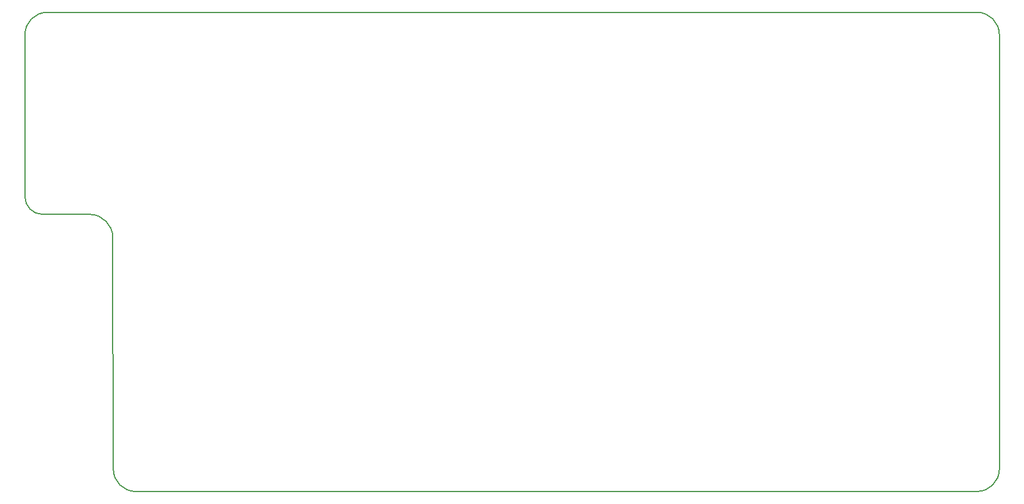
<source format=gm1>
%TF.GenerationSoftware,KiCad,Pcbnew,5.99.0-unknown-47cb7f53fd~143~ubuntu20.04.1*%
%TF.CreationDate,2021-11-23T21:24:54-08:00*%
%TF.ProjectId,acorn-odrive-interface,61636f72-6e2d-46f6-9472-6976652d696e,rev?*%
%TF.SameCoordinates,Original*%
%TF.FileFunction,Profile,NP*%
%FSLAX46Y46*%
G04 Gerber Fmt 4.6, Leading zero omitted, Abs format (unit mm)*
G04 Created by KiCad (PCBNEW 5.99.0-unknown-47cb7f53fd~143~ubuntu20.04.1) date 2021-11-23 21:24:54*
%MOMM*%
%LPD*%
G01*
G04 APERTURE LIST*
%TA.AperFunction,Profile*%
%ADD10C,0.150000*%
%TD*%
G04 APERTURE END LIST*
D10*
X79000000Y-70675000D02*
X79004936Y-93750000D01*
X217500000Y-132495064D02*
X217500000Y-70675000D01*
X214325000Y-67500000D02*
X82175000Y-67500000D01*
X94745064Y-135675000D02*
X214325000Y-135670064D01*
X91500000Y-99500000D02*
G75*
G03*
X88254936Y-96250000I-3317368J-67262D01*
G01*
X88254936Y-96250000D02*
X81504936Y-96250000D01*
X91570064Y-132500000D02*
G75*
G03*
X94745064Y-135675000I3175000J0D01*
G01*
X82175000Y-67500000D02*
G75*
G03*
X79000000Y-70675000I0J-3175000D01*
G01*
X91570064Y-132500000D02*
X91500000Y-99500000D01*
X214325000Y-135670064D02*
G75*
G03*
X217500000Y-132495064I0J3175000D01*
G01*
X217500000Y-70675000D02*
G75*
G03*
X214325000Y-67500000I-3175000J0D01*
G01*
X79004936Y-93750000D02*
G75*
G03*
X81504936Y-96250000I2500000J0D01*
G01*
M02*

</source>
